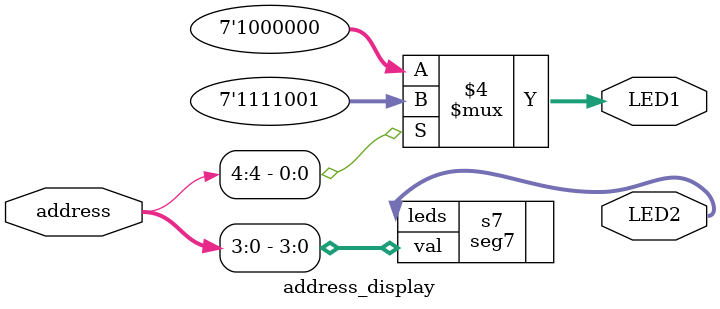
<source format=sv>
module address_display(address, LED1, LED2);
	input logic [4:0] address;
	output logic [6:0] LED1, LED2;
	
	// unit digit
	seg7 s7(.val(address[3:0]), .leds(LED2));
	
	// ten digit
	always_comb begin
		if(address[4] == 1)
			LED1 = 7'b1111001; // 1
		else
			LED1 = 7'b1000000; // 0
	end
endmodule

</source>
